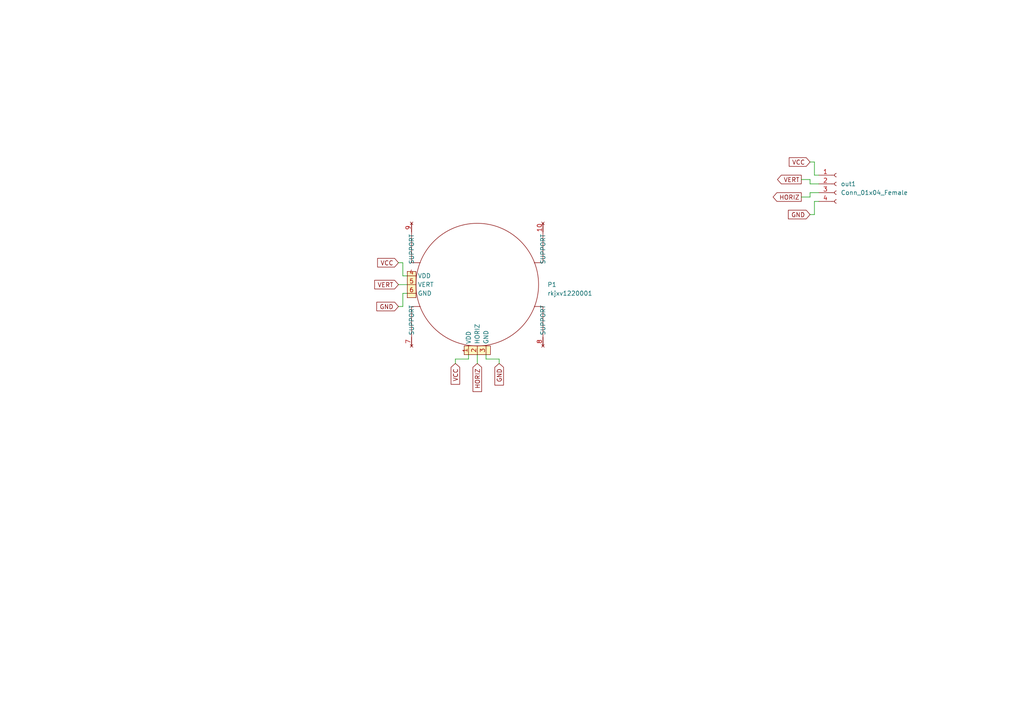
<source format=kicad_sch>
(kicad_sch (version 20211123) (generator eeschema)
  (paper "A4")
  (lib_symbols
    (symbol "Connector:Conn_01x04_Female" (pin_names (offset 1.016) hide)
      (property "Reference" "J" (at 0 5.08 0))
      (property "Value" "Conn_01x04_Female" (at 0 -7.62 0))
      (symbol "Conn_01x04_Female_1_1"
        (arc (start 0 -4.572) (mid -0.508 -5.08) (end 0 -5.588) (stroke (width 0.1524)))
        (arc (start 0 -2.032) (mid -0.508 -2.54) (end 0 -3.048) (stroke (width 0.1524)))
        (polyline (pts (xy -1.27 -5.08) (xy -0.508 -5.08)) (stroke (width 0.1524)))
        (polyline (pts (xy -1.27 -2.54) (xy -0.508 -2.54)) (stroke (width 0.1524)))
        (polyline (pts (xy -1.27 0) (xy -0.508 0)) (stroke (width 0.1524)))
        (polyline (pts (xy -1.27 2.54) (xy -0.508 2.54)) (stroke (width 0.1524)))
        (arc (start 0 0.508) (mid -0.508 0) (end 0 -0.508) (stroke (width 0.1524)))
        (arc (start 0 3.048) (mid -0.508 2.54) (end 0 2.032) (stroke (width 0.1524)))
        (pin passive line (at -5.08 2.54 0) (length 3.81) (name "Pin_1") (number "1"))
        (pin passive line (at -5.08 0 0) (length 3.81) (name "Pin_2") (number "2"))
        (pin passive line (at -5.08 -2.54 0) (length 3.81) (name "Pin_3") (number "3"))
        (pin passive line (at -5.08 -5.08 0) (length 3.81) (name "Pin_4") (number "4"))
      )
    )
    (symbol "rkjxv1220001:rkjxv1220001"
      (property "Reference" "P" (at 0 2.54 0))
      (property "Value" "rkjxv1220001" (at 0 0 0))
      (symbol "rkjxv1220001_0_1"
        (rectangle (start -17.78 3.81) (end -20.32 -3.81) (fill (type background)))
        (rectangle (start -3.81 -20.32) (end 3.81 -17.78) (fill (type background)))
        (polyline (pts (xy -16.51 6.35) (xy -19.05 6.35) (xy -19.05 17.78)))
        (polyline (pts (xy 16.51 -6.35) (xy 19.05 -6.35) (xy 19.05 -17.78)))
        (polyline (pts (xy 16.51 6.35) (xy 19.05 6.35) (xy 19.05 17.78)))
        (polyline (pts (xy -19.05 -6.35) (xy -16.51 -6.35) (xy -19.05 -6.35) (xy -19.05 -17.78)))
        (circle (center 0 0) (radius 17.78))
      )
      (symbol "rkjxv1220001_1_1"
        (pin power_in line (at -2.54 -20.32 90) (length 2.54) (name "VDD") (number "1"))
        (pin no_connect line (at 19.05 17.78 270) (length 2.54) (name "SUPPORT") (number "10"))
        (pin output line (at 0 -20.32 90) (length 2.54) (name "HORIZ") (number "2"))
        (pin power_in line (at 2.54 -20.32 90) (length 2.54) (name "GND") (number "3"))
        (pin power_in line (at -20.32 2.54 0) (length 2.54) (name "VDD") (number "4"))
        (pin output line (at -20.32 0 0) (length 2.54) (name "VERT") (number "5"))
        (pin power_in line (at -20.32 -2.54 0) (length 2.54) (name "GND") (number "6"))
        (pin no_connect line (at -19.05 -17.78 90) (length 2.54) (name "SUPPORT") (number "7"))
        (pin no_connect line (at 19.05 -17.78 90) (length 2.54) (name "SUPPORT") (number "8"))
        (pin no_connect line (at -19.05 17.78 270) (length 2.54) (name "SUPPORT") (number "9"))
      )
    )
  )
  (wire (pts (xy 144.78 105.41) (xy 144.78 104.14)))
  (wire (pts (xy 234.95 52.07) (xy 234.95 53.34)))
  (wire (pts (xy 135.89 104.14) (xy 135.89 102.87)))
  (wire (pts (xy 234.95 62.23) (xy 236.22 62.23)))
  (wire (pts (xy 116.84 76.2) (xy 116.84 80.01)))
  (wire (pts (xy 232.41 52.07) (xy 234.95 52.07)))
  (wire (pts (xy 234.95 57.15) (xy 234.95 55.88)))
  (wire (pts (xy 234.95 53.34) (xy 237.49 53.34)))
  (wire (pts (xy 138.43 102.87) (xy 138.43 105.41)))
  (wire (pts (xy 115.57 82.55) (xy 118.11 82.55)))
  (wire (pts (xy 116.84 85.09) (xy 118.11 85.09)))
  (wire (pts (xy 236.22 62.23) (xy 236.22 58.42)))
  (wire (pts (xy 232.41 57.15) (xy 234.95 57.15)))
  (wire (pts (xy 132.08 105.41) (xy 132.08 104.14)))
  (wire (pts (xy 140.97 102.87) (xy 140.97 104.14)))
  (wire (pts (xy 236.22 58.42) (xy 237.49 58.42)))
  (wire (pts (xy 144.78 104.14) (xy 140.97 104.14)))
  (wire (pts (xy 234.95 46.99) (xy 236.22 46.99)))
  (wire (pts (xy 115.57 88.9) (xy 116.84 88.9)))
  (wire (pts (xy 132.08 104.14) (xy 135.89 104.14)))
  (wire (pts (xy 116.84 80.01) (xy 118.11 80.01)))
  (wire (pts (xy 236.22 46.99) (xy 236.22 50.8)))
  (wire (pts (xy 234.95 55.88) (xy 237.49 55.88)))
  (wire (pts (xy 236.22 50.8) (xy 237.49 50.8)))
  (wire (pts (xy 115.57 76.2) (xy 116.84 76.2)))
  (wire (pts (xy 116.84 88.9) (xy 116.84 85.09)))
  (global_label "HORIZ" (shape input) (at 138.43 105.41 270) (property "Intersheet References" "${INTERSHEET_REFS}" (effects hide)))
  (global_label "VCC" (shape input) (at 115.57 76.2 180) (property "Intersheet References" "${INTERSHEET_REFS}" (effects hide)))
  (global_label "VCC" (shape input) (at 132.08 105.41 270) (property "Intersheet References" "${INTERSHEET_REFS}" (effects hide)))
  (global_label "GND" (shape input) (at 234.95 62.23 180) (property "Intersheet References" "${INTERSHEET_REFS}" (effects hide)))
  (global_label "VCC" (shape input) (at 234.95 46.99 180) (property "Intersheet References" "${INTERSHEET_REFS}" (effects hide)))
  (global_label "GND" (shape input) (at 144.78 105.41 270) (property "Intersheet References" "${INTERSHEET_REFS}" (effects hide)))
  (global_label "HORIZ" (shape output) (at 232.41 57.15 180) (property "Intersheet References" "${INTERSHEET_REFS}" (effects hide)))
  (global_label "VERT" (shape output) (at 232.41 52.07 180) (property "Intersheet References" "${INTERSHEET_REFS}" (effects hide)))
  (global_label "GND" (shape input) (at 115.57 88.9 180) (property "Intersheet References" "${INTERSHEET_REFS}" (effects hide)))
  (global_label "VERT" (shape input) (at 115.57 82.55 180) (property "Intersheet References" "${INTERSHEET_REFS}" (effects hide)))
  (symbol (lib_id "Connector:Conn_01x04_Female") (at 242.57 53.34 0) (unit 1)
    (property "Reference" "out1" (at 243.84 53.3399 0) (effects (justify left)))
    (property "Value" "Conn_01x04_Female" (at 243.84 55.8799 0) (effects (justify left)))
    (property "Footprint" "Connector_PinSocket_2.54mm:PinSocket_1x04_P2.54mm_Vertical_SMD_Pin1Left" (effects hide))
  )
  (symbol (lib_id "rkjxv1220001:rkjxv1220001") (at 138.43 82.55 0) (unit 1)
    (property "Reference" "P1" (at 158.75 82.5499 0) (effects (justify left)))
    (property "Value" "rkjxv1220001" (at 158.75 85.0899 0) (effects (justify left)))
    (property "Footprint" "rkjxv1220001:rkjxv1220001" (effects hide))
  )
)
</source>
